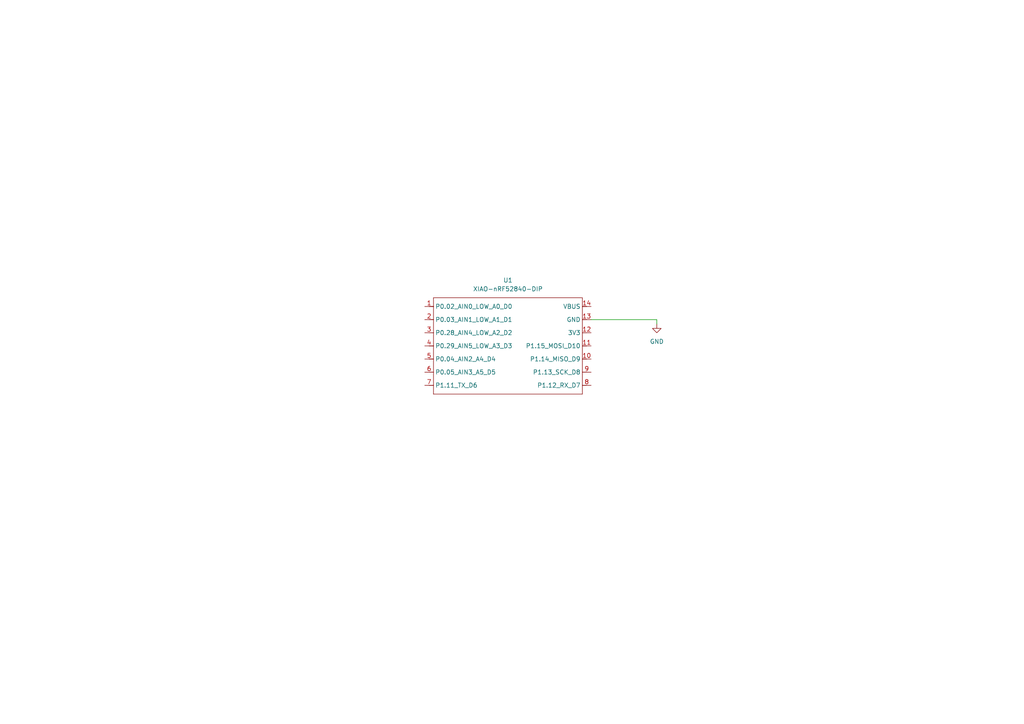
<source format=kicad_sch>
(kicad_sch (version 20231120) (generator "eeschema") (generator_version "8.0")
  (paper "A4")
  (lib_symbols
    (symbol "Seeed_Studio_XIAO_Series:XIAO-nRF52840-DIP"
      (property "Reference" "U" (at -3.048 1.778 0))
      (property "Value" "XIAO-nRF52840-DIP" (at 3.048 -0.254 0))
      (symbol "XIAO-nRF52840-DIP_1_0"
        (polyline (pts (xy -3.81 -29.21) (xy -3.81 -15.24)) (stroke (width 0.1524)))
        (polyline (pts (xy -3.81 -26.67) (xy -5.08 -26.67)) (stroke (width 0.1524)))
        (polyline (pts (xy -3.81 -22.86) (xy -5.08 -22.86)) (stroke (width 0.1524)))
        (polyline (pts (xy -3.81 -19.05) (xy -5.08 -19.05)) (stroke (width 0.1524)))
        (polyline (pts (xy -3.81 -15.24) (xy -5.08 -15.24)) (stroke (width 0.1524)))
        (polyline (pts (xy -3.81 -15.24) (xy -3.81 -11.43)) (stroke (width 0.1524)))
        (polyline (pts (xy -3.81 -11.43) (xy -5.08 -11.43)) (stroke (width 0.1524)))
        (polyline (pts (xy -3.81 -11.43) (xy -3.81 -7.62)) (stroke (width 0.1524)))
        (polyline (pts (xy -3.81 -7.62) (xy -5.08 -7.62)) (stroke (width 0.1524)))
        (polyline (pts (xy -3.81 -7.62) (xy -3.81 -3.81)) (stroke (width 0.1524)))
        (polyline (pts (xy -3.81 -3.81) (xy -5.08 -3.81)) (stroke (width 0.1524)))
        (polyline (pts (xy -3.81 -3.81) (xy -3.81 -1.27)) (stroke (width 0.1524)))
        (polyline (pts (xy -3.81 -1.27) (xy 39.37 -1.27)) (stroke (width 0.1524)))
        (polyline (pts (xy 39.37 -29.21) (xy -3.81 -29.21)) (stroke (width 0.1524)))
        (polyline (pts (xy 39.37 -11.43) (xy 39.37 -29.21)) (stroke (width 0.1524)))
        (polyline (pts (xy 39.37 -7.62) (xy 39.37 -11.43)) (stroke (width 0.1524)))
        (polyline (pts (xy 39.37 -3.81) (xy 39.37 -7.62)) (stroke (width 0.1524)))
        (polyline (pts (xy 39.37 -1.27) (xy 39.37 -3.81)) (stroke (width 0.1524)))
        (polyline (pts (xy 40.64 -26.67) (xy 39.37 -26.67)) (stroke (width 0.1524)))
        (polyline (pts (xy 40.64 -22.86) (xy 39.37 -22.86)) (stroke (width 0.1524)))
        (polyline (pts (xy 40.64 -19.05) (xy 39.37 -19.05)) (stroke (width 0.1524)))
        (polyline (pts (xy 40.64 -15.24) (xy 39.37 -15.24)) (stroke (width 0.1524)))
        (polyline (pts (xy 40.64 -11.43) (xy 39.37 -11.43)) (stroke (width 0.1524)))
        (polyline (pts (xy 40.64 -7.62) (xy 39.37 -7.62)) (stroke (width 0.1524)))
        (polyline (pts (xy 40.64 -3.81) (xy 39.37 -3.81)) (stroke (width 0.1524)))
        (pin passive line (at -6.35 -3.81 0) (length 2.54) (name "P0.02_AIN0_LOW_A0_D0") (number "1"))
        (pin passive line (at 41.91 -19.05 180) (length 2.54) (name "P1.14_MISO_D9") (number "10"))
        (pin passive line (at 41.91 -15.24 180) (length 2.54) (name "P1.15_MOSI_D10") (number "11"))
        (pin passive line (at 41.91 -11.43 180) (length 2.54) (name "3V3") (number "12"))
        (pin passive line (at 41.91 -7.62 180) (length 2.54) (name "GND") (number "13"))
        (pin passive line (at 41.91 -3.81 180) (length 2.54) (name "VBUS") (number "14"))
        (pin passive line (at -6.35 -7.62 0) (length 2.54) (name "P0.03_AIN1_LOW_A1_D1") (number "2"))
        (pin passive line (at -6.35 -11.43 0) (length 2.54) (name "P0.28_AIN4_LOW_A2_D2") (number "3"))
        (pin passive line (at -6.35 -15.24 0) (length 2.54) (name "P0.29_AIN5_LOW_A3_D3") (number "4"))
        (pin passive line (at -6.35 -19.05 0) (length 2.54) (name "P0.04_AIN2_A4_D4") (number "5"))
        (pin passive line (at -6.35 -22.86 0) (length 2.54) (name "P0.05_AIN3_A5_D5") (number "6"))
        (pin passive line (at -6.35 -26.67 0) (length 2.54) (name "P1.11_TX_D6") (number "7"))
        (pin passive line (at 41.91 -26.67 180) (length 2.54) (name "P1.12_RX_D7") (number "8"))
        (pin passive line (at 41.91 -22.86 180) (length 2.54) (name "P1.13_SCK_D8") (number "9"))
      )
    )
    (symbol "power:GND" (power) (pin_numbers hide) (pin_names (offset 0) hide)
      (property "Value" "GND" (at 0 -3.81 0))
      (symbol "GND_0_1"
        (polyline (pts (xy 0 0) (xy 0 -1.27) (xy 1.27 -1.27) (xy 0 -2.54) (xy -1.27 -1.27) (xy 0 -1.27)))
      )
      (symbol "GND_1_1"
        (pin power_in line (at 0 0 270) (length 0) (name "~") (number "1"))
      )
    )
  )
  (wire (pts (xy 171.45 92.71) (xy 190.5 92.71)))
  (wire (pts (xy 190.5 93.98) (xy 190.5 92.71)))
  (symbol (lib_id "power:GND") (at 190.5 93.98 0) (unit 1)
    (property "Reference" "#PWR01" (effects (hide yes)))
    (property "Value" "GND" (at 190.5 99.06 0))
    (property "Description" "Power symbol creates a global label with name \"GND\" , ground" (effects (hide yes)))
  )
  (symbol (lib_id "Seeed_Studio_XIAO_Series:XIAO-nRF52840-DIP") (at 129.54 85.09 0) (unit 1)
    (property "Reference" "U1" (at 147.32 81.28 0))
    (property "Value" "XIAO-nRF52840-DIP" (at 147.32 83.82 0))
    (property "Footprint" "Module:MOUDLE14P-XIAO-DIP-SMD" (effects (hide yes)))
  )
)
</source>
